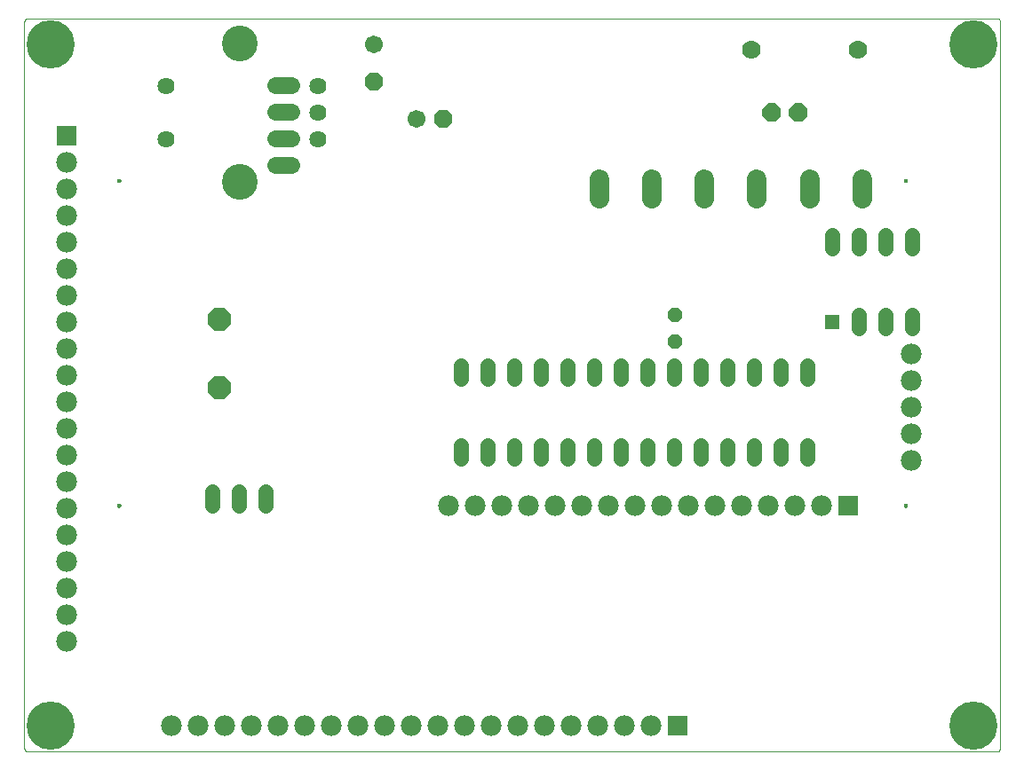
<source format=gbs>
G75*
%MOIN*%
%OFA0B0*%
%FSLAX25Y25*%
%IPPOS*%
%LPD*%
%AMOC8*
5,1,8,0,0,1.08239X$1,22.5*
%
%ADD10C,0.00000*%
%ADD11C,0.01581*%
%ADD12C,0.05600*%
%ADD13R,0.05600X0.05600*%
%ADD14C,0.07487*%
%ADD15C,0.07800*%
%ADD16OC8,0.06700*%
%ADD17C,0.06700*%
%ADD18C,0.06400*%
%ADD19OC8,0.08900*%
%ADD20OC8,0.05600*%
%ADD21C,0.07000*%
%ADD22R,0.07800X0.07800*%
%ADD23C,0.06400*%
%ADD24C,0.13400*%
%ADD25OC8,0.07000*%
%ADD26C,0.18117*%
D10*
X0001000Y0002181D02*
X0001000Y0275409D01*
X0001002Y0275475D01*
X0001007Y0275541D01*
X0001017Y0275607D01*
X0001030Y0275672D01*
X0001046Y0275736D01*
X0001066Y0275799D01*
X0001090Y0275861D01*
X0001117Y0275921D01*
X0001147Y0275980D01*
X0001181Y0276037D01*
X0001218Y0276092D01*
X0001258Y0276145D01*
X0001300Y0276196D01*
X0001346Y0276244D01*
X0001394Y0276290D01*
X0001445Y0276332D01*
X0001498Y0276372D01*
X0001553Y0276409D01*
X0001610Y0276443D01*
X0001669Y0276473D01*
X0001729Y0276500D01*
X0001791Y0276524D01*
X0001854Y0276544D01*
X0001918Y0276560D01*
X0001983Y0276573D01*
X0002049Y0276583D01*
X0002115Y0276588D01*
X0002181Y0276590D01*
X0002181Y0276591D02*
X0365961Y0276591D01*
X0365961Y0276590D02*
X0366027Y0276588D01*
X0366093Y0276583D01*
X0366159Y0276573D01*
X0366224Y0276560D01*
X0366288Y0276544D01*
X0366351Y0276524D01*
X0366413Y0276500D01*
X0366473Y0276473D01*
X0366532Y0276443D01*
X0366589Y0276409D01*
X0366644Y0276372D01*
X0366697Y0276332D01*
X0366748Y0276290D01*
X0366796Y0276244D01*
X0366842Y0276196D01*
X0366884Y0276145D01*
X0366924Y0276092D01*
X0366961Y0276037D01*
X0366995Y0275980D01*
X0367025Y0275921D01*
X0367052Y0275861D01*
X0367076Y0275799D01*
X0367096Y0275736D01*
X0367112Y0275672D01*
X0367125Y0275607D01*
X0367135Y0275541D01*
X0367140Y0275475D01*
X0367142Y0275409D01*
X0367142Y0002181D01*
X0367140Y0002115D01*
X0367135Y0002049D01*
X0367125Y0001983D01*
X0367112Y0001918D01*
X0367096Y0001854D01*
X0367076Y0001791D01*
X0367052Y0001729D01*
X0367025Y0001669D01*
X0366995Y0001610D01*
X0366961Y0001553D01*
X0366924Y0001498D01*
X0366884Y0001445D01*
X0366842Y0001394D01*
X0366796Y0001346D01*
X0366748Y0001300D01*
X0366697Y0001258D01*
X0366644Y0001218D01*
X0366589Y0001181D01*
X0366532Y0001147D01*
X0366473Y0001117D01*
X0366413Y0001090D01*
X0366351Y0001066D01*
X0366288Y0001046D01*
X0366224Y0001030D01*
X0366159Y0001017D01*
X0366093Y0001007D01*
X0366027Y0001002D01*
X0365961Y0001000D01*
X0002181Y0001000D01*
X0002115Y0001002D01*
X0002049Y0001007D01*
X0001983Y0001017D01*
X0001918Y0001030D01*
X0001854Y0001046D01*
X0001791Y0001066D01*
X0001729Y0001090D01*
X0001669Y0001117D01*
X0001610Y0001147D01*
X0001553Y0001181D01*
X0001498Y0001218D01*
X0001445Y0001258D01*
X0001394Y0001300D01*
X0001346Y0001346D01*
X0001300Y0001394D01*
X0001258Y0001445D01*
X0001218Y0001498D01*
X0001181Y0001553D01*
X0001147Y0001610D01*
X0001117Y0001669D01*
X0001090Y0001729D01*
X0001066Y0001791D01*
X0001046Y0001854D01*
X0001030Y0001918D01*
X0001017Y0001983D01*
X0001007Y0002049D01*
X0001002Y0002115D01*
X0001000Y0002181D01*
X0035842Y0093520D02*
X0035844Y0093568D01*
X0035850Y0093616D01*
X0035860Y0093663D01*
X0035873Y0093709D01*
X0035891Y0093754D01*
X0035911Y0093798D01*
X0035936Y0093840D01*
X0035964Y0093879D01*
X0035994Y0093916D01*
X0036028Y0093950D01*
X0036065Y0093982D01*
X0036103Y0094011D01*
X0036144Y0094036D01*
X0036187Y0094058D01*
X0036232Y0094076D01*
X0036278Y0094090D01*
X0036325Y0094101D01*
X0036373Y0094108D01*
X0036421Y0094111D01*
X0036469Y0094110D01*
X0036517Y0094105D01*
X0036565Y0094096D01*
X0036611Y0094084D01*
X0036656Y0094067D01*
X0036700Y0094047D01*
X0036742Y0094024D01*
X0036782Y0093997D01*
X0036820Y0093967D01*
X0036855Y0093934D01*
X0036887Y0093898D01*
X0036917Y0093860D01*
X0036943Y0093819D01*
X0036965Y0093776D01*
X0036985Y0093732D01*
X0037000Y0093687D01*
X0037012Y0093640D01*
X0037020Y0093592D01*
X0037024Y0093544D01*
X0037024Y0093496D01*
X0037020Y0093448D01*
X0037012Y0093400D01*
X0037000Y0093353D01*
X0036985Y0093308D01*
X0036965Y0093264D01*
X0036943Y0093221D01*
X0036917Y0093180D01*
X0036887Y0093142D01*
X0036855Y0093106D01*
X0036820Y0093073D01*
X0036782Y0093043D01*
X0036742Y0093016D01*
X0036700Y0092993D01*
X0036656Y0092973D01*
X0036611Y0092956D01*
X0036565Y0092944D01*
X0036517Y0092935D01*
X0036469Y0092930D01*
X0036421Y0092929D01*
X0036373Y0092932D01*
X0036325Y0092939D01*
X0036278Y0092950D01*
X0036232Y0092964D01*
X0036187Y0092982D01*
X0036144Y0093004D01*
X0036103Y0093029D01*
X0036065Y0093058D01*
X0036028Y0093090D01*
X0035994Y0093124D01*
X0035964Y0093161D01*
X0035936Y0093200D01*
X0035911Y0093242D01*
X0035891Y0093286D01*
X0035873Y0093331D01*
X0035860Y0093377D01*
X0035850Y0093424D01*
X0035844Y0093472D01*
X0035842Y0093520D01*
X0035842Y0215567D02*
X0035844Y0215615D01*
X0035850Y0215663D01*
X0035860Y0215710D01*
X0035873Y0215756D01*
X0035891Y0215801D01*
X0035911Y0215845D01*
X0035936Y0215887D01*
X0035964Y0215926D01*
X0035994Y0215963D01*
X0036028Y0215997D01*
X0036065Y0216029D01*
X0036103Y0216058D01*
X0036144Y0216083D01*
X0036187Y0216105D01*
X0036232Y0216123D01*
X0036278Y0216137D01*
X0036325Y0216148D01*
X0036373Y0216155D01*
X0036421Y0216158D01*
X0036469Y0216157D01*
X0036517Y0216152D01*
X0036565Y0216143D01*
X0036611Y0216131D01*
X0036656Y0216114D01*
X0036700Y0216094D01*
X0036742Y0216071D01*
X0036782Y0216044D01*
X0036820Y0216014D01*
X0036855Y0215981D01*
X0036887Y0215945D01*
X0036917Y0215907D01*
X0036943Y0215866D01*
X0036965Y0215823D01*
X0036985Y0215779D01*
X0037000Y0215734D01*
X0037012Y0215687D01*
X0037020Y0215639D01*
X0037024Y0215591D01*
X0037024Y0215543D01*
X0037020Y0215495D01*
X0037012Y0215447D01*
X0037000Y0215400D01*
X0036985Y0215355D01*
X0036965Y0215311D01*
X0036943Y0215268D01*
X0036917Y0215227D01*
X0036887Y0215189D01*
X0036855Y0215153D01*
X0036820Y0215120D01*
X0036782Y0215090D01*
X0036742Y0215063D01*
X0036700Y0215040D01*
X0036656Y0215020D01*
X0036611Y0215003D01*
X0036565Y0214991D01*
X0036517Y0214982D01*
X0036469Y0214977D01*
X0036421Y0214976D01*
X0036373Y0214979D01*
X0036325Y0214986D01*
X0036278Y0214997D01*
X0036232Y0215011D01*
X0036187Y0215029D01*
X0036144Y0215051D01*
X0036103Y0215076D01*
X0036065Y0215105D01*
X0036028Y0215137D01*
X0035994Y0215171D01*
X0035964Y0215208D01*
X0035936Y0215247D01*
X0035911Y0215289D01*
X0035891Y0215333D01*
X0035873Y0215378D01*
X0035860Y0215424D01*
X0035850Y0215471D01*
X0035844Y0215519D01*
X0035842Y0215567D01*
X0331118Y0215567D02*
X0331120Y0215615D01*
X0331126Y0215663D01*
X0331136Y0215710D01*
X0331149Y0215756D01*
X0331167Y0215801D01*
X0331187Y0215845D01*
X0331212Y0215887D01*
X0331240Y0215926D01*
X0331270Y0215963D01*
X0331304Y0215997D01*
X0331341Y0216029D01*
X0331379Y0216058D01*
X0331420Y0216083D01*
X0331463Y0216105D01*
X0331508Y0216123D01*
X0331554Y0216137D01*
X0331601Y0216148D01*
X0331649Y0216155D01*
X0331697Y0216158D01*
X0331745Y0216157D01*
X0331793Y0216152D01*
X0331841Y0216143D01*
X0331887Y0216131D01*
X0331932Y0216114D01*
X0331976Y0216094D01*
X0332018Y0216071D01*
X0332058Y0216044D01*
X0332096Y0216014D01*
X0332131Y0215981D01*
X0332163Y0215945D01*
X0332193Y0215907D01*
X0332219Y0215866D01*
X0332241Y0215823D01*
X0332261Y0215779D01*
X0332276Y0215734D01*
X0332288Y0215687D01*
X0332296Y0215639D01*
X0332300Y0215591D01*
X0332300Y0215543D01*
X0332296Y0215495D01*
X0332288Y0215447D01*
X0332276Y0215400D01*
X0332261Y0215355D01*
X0332241Y0215311D01*
X0332219Y0215268D01*
X0332193Y0215227D01*
X0332163Y0215189D01*
X0332131Y0215153D01*
X0332096Y0215120D01*
X0332058Y0215090D01*
X0332018Y0215063D01*
X0331976Y0215040D01*
X0331932Y0215020D01*
X0331887Y0215003D01*
X0331841Y0214991D01*
X0331793Y0214982D01*
X0331745Y0214977D01*
X0331697Y0214976D01*
X0331649Y0214979D01*
X0331601Y0214986D01*
X0331554Y0214997D01*
X0331508Y0215011D01*
X0331463Y0215029D01*
X0331420Y0215051D01*
X0331379Y0215076D01*
X0331341Y0215105D01*
X0331304Y0215137D01*
X0331270Y0215171D01*
X0331240Y0215208D01*
X0331212Y0215247D01*
X0331187Y0215289D01*
X0331167Y0215333D01*
X0331149Y0215378D01*
X0331136Y0215424D01*
X0331126Y0215471D01*
X0331120Y0215519D01*
X0331118Y0215567D01*
X0331118Y0093520D02*
X0331120Y0093568D01*
X0331126Y0093616D01*
X0331136Y0093663D01*
X0331149Y0093709D01*
X0331167Y0093754D01*
X0331187Y0093798D01*
X0331212Y0093840D01*
X0331240Y0093879D01*
X0331270Y0093916D01*
X0331304Y0093950D01*
X0331341Y0093982D01*
X0331379Y0094011D01*
X0331420Y0094036D01*
X0331463Y0094058D01*
X0331508Y0094076D01*
X0331554Y0094090D01*
X0331601Y0094101D01*
X0331649Y0094108D01*
X0331697Y0094111D01*
X0331745Y0094110D01*
X0331793Y0094105D01*
X0331841Y0094096D01*
X0331887Y0094084D01*
X0331932Y0094067D01*
X0331976Y0094047D01*
X0332018Y0094024D01*
X0332058Y0093997D01*
X0332096Y0093967D01*
X0332131Y0093934D01*
X0332163Y0093898D01*
X0332193Y0093860D01*
X0332219Y0093819D01*
X0332241Y0093776D01*
X0332261Y0093732D01*
X0332276Y0093687D01*
X0332288Y0093640D01*
X0332296Y0093592D01*
X0332300Y0093544D01*
X0332300Y0093496D01*
X0332296Y0093448D01*
X0332288Y0093400D01*
X0332276Y0093353D01*
X0332261Y0093308D01*
X0332241Y0093264D01*
X0332219Y0093221D01*
X0332193Y0093180D01*
X0332163Y0093142D01*
X0332131Y0093106D01*
X0332096Y0093073D01*
X0332058Y0093043D01*
X0332018Y0093016D01*
X0331976Y0092993D01*
X0331932Y0092973D01*
X0331887Y0092956D01*
X0331841Y0092944D01*
X0331793Y0092935D01*
X0331745Y0092930D01*
X0331697Y0092929D01*
X0331649Y0092932D01*
X0331601Y0092939D01*
X0331554Y0092950D01*
X0331508Y0092964D01*
X0331463Y0092982D01*
X0331420Y0093004D01*
X0331379Y0093029D01*
X0331341Y0093058D01*
X0331304Y0093090D01*
X0331270Y0093124D01*
X0331240Y0093161D01*
X0331212Y0093200D01*
X0331187Y0093242D01*
X0331167Y0093286D01*
X0331149Y0093331D01*
X0331136Y0093377D01*
X0331126Y0093424D01*
X0331120Y0093472D01*
X0331118Y0093520D01*
D11*
X0331709Y0093520D03*
X0331709Y0215567D03*
X0036433Y0215567D03*
X0036433Y0093520D03*
D12*
X0071472Y0093518D02*
X0071472Y0098718D01*
X0081472Y0098718D02*
X0081472Y0093518D01*
X0091472Y0093518D02*
X0091472Y0098718D01*
X0164937Y0110959D02*
X0164937Y0116159D01*
X0174937Y0116159D02*
X0174937Y0110959D01*
X0184937Y0110959D02*
X0184937Y0116159D01*
X0194937Y0116159D02*
X0194937Y0110959D01*
X0204937Y0110959D02*
X0204937Y0116159D01*
X0214937Y0116159D02*
X0214937Y0110959D01*
X0224937Y0110959D02*
X0224937Y0116159D01*
X0234937Y0116159D02*
X0234937Y0110959D01*
X0244937Y0110959D02*
X0244937Y0116159D01*
X0254937Y0116159D02*
X0254937Y0110959D01*
X0264937Y0110959D02*
X0264937Y0116159D01*
X0274937Y0116159D02*
X0274937Y0110959D01*
X0284937Y0110959D02*
X0284937Y0116159D01*
X0294937Y0116159D02*
X0294937Y0110959D01*
X0294937Y0140959D02*
X0294937Y0146159D01*
X0284937Y0146159D02*
X0284937Y0140959D01*
X0274937Y0140959D02*
X0274937Y0146159D01*
X0264937Y0146159D02*
X0264937Y0140959D01*
X0254937Y0140959D02*
X0254937Y0146159D01*
X0244937Y0146159D02*
X0244937Y0140959D01*
X0234937Y0140959D02*
X0234937Y0146159D01*
X0224937Y0146159D02*
X0224937Y0140959D01*
X0214937Y0140959D02*
X0214937Y0146159D01*
X0204937Y0146159D02*
X0204937Y0140959D01*
X0194937Y0140959D02*
X0194937Y0146159D01*
X0184937Y0146159D02*
X0184937Y0140959D01*
X0174937Y0140959D02*
X0174937Y0146159D01*
X0164937Y0146159D02*
X0164937Y0140959D01*
X0304110Y0189975D02*
X0304110Y0195175D01*
X0314110Y0195175D02*
X0314110Y0189975D01*
X0324110Y0189975D02*
X0324110Y0195175D01*
X0334110Y0195175D02*
X0334110Y0189975D01*
X0334110Y0165175D02*
X0334110Y0159975D01*
X0324110Y0159975D02*
X0324110Y0165175D01*
X0314110Y0165175D02*
X0314110Y0159975D01*
D13*
X0304110Y0162575D03*
D14*
X0295685Y0208874D02*
X0295685Y0215961D01*
X0315370Y0215961D02*
X0315370Y0208874D01*
X0276000Y0208874D02*
X0276000Y0215961D01*
X0256315Y0215961D02*
X0256315Y0208874D01*
X0236630Y0208874D02*
X0236630Y0215961D01*
X0216945Y0215961D02*
X0216945Y0208874D01*
D15*
X0333874Y0150449D03*
X0333874Y0140449D03*
X0333874Y0130449D03*
X0333874Y0120449D03*
X0333874Y0110449D03*
X0300055Y0093520D03*
X0290055Y0093520D03*
X0280055Y0093520D03*
X0270055Y0093520D03*
X0260055Y0093520D03*
X0250055Y0093520D03*
X0240055Y0093520D03*
X0230055Y0093520D03*
X0220055Y0093520D03*
X0210055Y0093520D03*
X0200055Y0093520D03*
X0190055Y0093520D03*
X0180055Y0093520D03*
X0170055Y0093520D03*
X0160055Y0093520D03*
X0156118Y0010843D03*
X0146118Y0010843D03*
X0136118Y0010843D03*
X0126118Y0010843D03*
X0116118Y0010843D03*
X0106118Y0010843D03*
X0096118Y0010843D03*
X0086118Y0010843D03*
X0076118Y0010843D03*
X0066118Y0010843D03*
X0056118Y0010843D03*
X0016748Y0042339D03*
X0016748Y0052339D03*
X0016748Y0062339D03*
X0016748Y0072339D03*
X0016748Y0082339D03*
X0016748Y0092339D03*
X0016748Y0102339D03*
X0016748Y0112339D03*
X0016748Y0122339D03*
X0016748Y0132339D03*
X0016748Y0142339D03*
X0016748Y0152339D03*
X0016748Y0162339D03*
X0016748Y0172339D03*
X0016748Y0182339D03*
X0016748Y0192339D03*
X0016748Y0202339D03*
X0016748Y0212339D03*
X0016748Y0222339D03*
X0166118Y0010843D03*
X0176118Y0010843D03*
X0186118Y0010843D03*
X0196118Y0010843D03*
X0206118Y0010843D03*
X0216118Y0010843D03*
X0226118Y0010843D03*
X0236118Y0010843D03*
D16*
X0158165Y0238795D03*
X0132102Y0252858D03*
D17*
X0132102Y0266858D03*
X0148165Y0238795D03*
D18*
X0101047Y0241433D02*
X0095047Y0241433D01*
X0095047Y0231433D02*
X0101047Y0231433D01*
X0101047Y0221433D02*
X0095047Y0221433D01*
X0095047Y0251433D02*
X0101047Y0251433D01*
D19*
X0074228Y0163406D03*
X0074228Y0137806D03*
D20*
X0245094Y0155055D03*
X0245094Y0165055D03*
D21*
X0273717Y0264780D03*
X0313717Y0264780D03*
D22*
X0310055Y0093520D03*
X0246118Y0010843D03*
X0016748Y0232339D03*
D23*
X0054209Y0231157D03*
X0054209Y0251157D03*
X0111209Y0251157D03*
X0111209Y0241157D03*
X0111209Y0231157D03*
D24*
X0081709Y0215157D03*
X0081709Y0267157D03*
D25*
X0281433Y0241157D03*
X0291433Y0241157D03*
D26*
X0357299Y0266748D03*
X0357299Y0010843D03*
X0010843Y0010843D03*
X0010843Y0266748D03*
M02*

</source>
